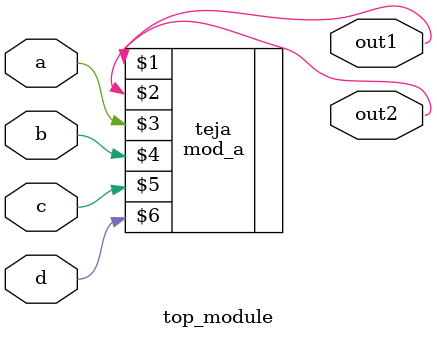
<source format=v>
module top_module ( 
    input a, 
    input b, 
    input c,
    input d,
    output out1,
    output out2
);
    mod_a teja( out1, out2, a,b ,c,d);

endmodule

</source>
